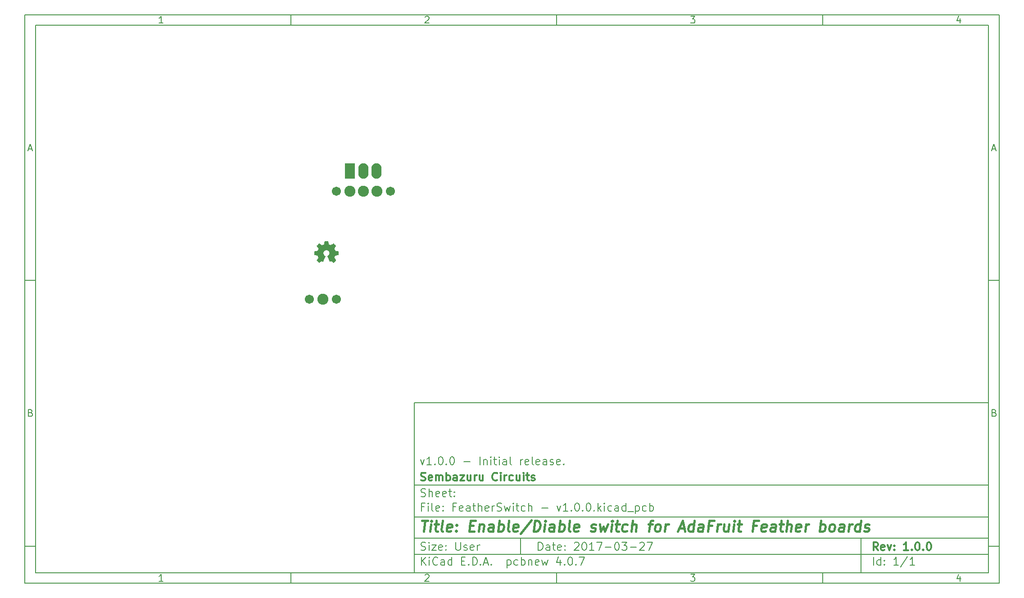
<source format=gbr>
G04 #@! TF.FileFunction,Soldermask,Bot*
%FSLAX46Y46*%
G04 Gerber Fmt 4.6, Leading zero omitted, Abs format (unit mm)*
G04 Created by KiCad (PCBNEW 4.0.7) date 11/03/17 12:30:38*
%MOMM*%
%LPD*%
G01*
G04 APERTURE LIST*
%ADD10C,0.100000*%
%ADD11C,0.150000*%
%ADD12C,0.300000*%
%ADD13C,0.400000*%
%ADD14C,0.002540*%
%ADD15C,2.076400*%
%ADD16R,1.900000X2.900000*%
%ADD17O,1.900000X2.900000*%
%ADD18C,1.702000*%
G04 APERTURE END LIST*
D10*
D11*
X83200000Y-83000000D02*
X83200000Y-115000000D01*
X191200000Y-115000000D01*
X191200000Y-83000000D01*
X83200000Y-83000000D01*
D10*
D11*
X10000000Y-10000000D02*
X10000000Y-117000000D01*
X193200000Y-117000000D01*
X193200000Y-10000000D01*
X10000000Y-10000000D01*
D10*
D11*
X12000000Y-12000000D02*
X12000000Y-115000000D01*
X191200000Y-115000000D01*
X191200000Y-12000000D01*
X12000000Y-12000000D01*
D10*
D11*
X60000000Y-12000000D02*
X60000000Y-10000000D01*
D10*
D11*
X110000000Y-12000000D02*
X110000000Y-10000000D01*
D10*
D11*
X160000000Y-12000000D02*
X160000000Y-10000000D01*
D10*
D11*
X35990476Y-11588095D02*
X35247619Y-11588095D01*
X35619048Y-11588095D02*
X35619048Y-10288095D01*
X35495238Y-10473810D01*
X35371429Y-10597619D01*
X35247619Y-10659524D01*
D10*
D11*
X85247619Y-10411905D02*
X85309524Y-10350000D01*
X85433333Y-10288095D01*
X85742857Y-10288095D01*
X85866667Y-10350000D01*
X85928571Y-10411905D01*
X85990476Y-10535714D01*
X85990476Y-10659524D01*
X85928571Y-10845238D01*
X85185714Y-11588095D01*
X85990476Y-11588095D01*
D10*
D11*
X135185714Y-10288095D02*
X135990476Y-10288095D01*
X135557143Y-10783333D01*
X135742857Y-10783333D01*
X135866667Y-10845238D01*
X135928571Y-10907143D01*
X135990476Y-11030952D01*
X135990476Y-11340476D01*
X135928571Y-11464286D01*
X135866667Y-11526190D01*
X135742857Y-11588095D01*
X135371429Y-11588095D01*
X135247619Y-11526190D01*
X135185714Y-11464286D01*
D10*
D11*
X185866667Y-10721429D02*
X185866667Y-11588095D01*
X185557143Y-10226190D02*
X185247619Y-11154762D01*
X186052381Y-11154762D01*
D10*
D11*
X60000000Y-115000000D02*
X60000000Y-117000000D01*
D10*
D11*
X110000000Y-115000000D02*
X110000000Y-117000000D01*
D10*
D11*
X160000000Y-115000000D02*
X160000000Y-117000000D01*
D10*
D11*
X35990476Y-116588095D02*
X35247619Y-116588095D01*
X35619048Y-116588095D02*
X35619048Y-115288095D01*
X35495238Y-115473810D01*
X35371429Y-115597619D01*
X35247619Y-115659524D01*
D10*
D11*
X85247619Y-115411905D02*
X85309524Y-115350000D01*
X85433333Y-115288095D01*
X85742857Y-115288095D01*
X85866667Y-115350000D01*
X85928571Y-115411905D01*
X85990476Y-115535714D01*
X85990476Y-115659524D01*
X85928571Y-115845238D01*
X85185714Y-116588095D01*
X85990476Y-116588095D01*
D10*
D11*
X135185714Y-115288095D02*
X135990476Y-115288095D01*
X135557143Y-115783333D01*
X135742857Y-115783333D01*
X135866667Y-115845238D01*
X135928571Y-115907143D01*
X135990476Y-116030952D01*
X135990476Y-116340476D01*
X135928571Y-116464286D01*
X135866667Y-116526190D01*
X135742857Y-116588095D01*
X135371429Y-116588095D01*
X135247619Y-116526190D01*
X135185714Y-116464286D01*
D10*
D11*
X185866667Y-115721429D02*
X185866667Y-116588095D01*
X185557143Y-115226190D02*
X185247619Y-116154762D01*
X186052381Y-116154762D01*
D10*
D11*
X10000000Y-60000000D02*
X12000000Y-60000000D01*
D10*
D11*
X10000000Y-110000000D02*
X12000000Y-110000000D01*
D10*
D11*
X10690476Y-35216667D02*
X11309524Y-35216667D01*
X10566667Y-35588095D02*
X11000000Y-34288095D01*
X11433333Y-35588095D01*
D10*
D11*
X11092857Y-84907143D02*
X11278571Y-84969048D01*
X11340476Y-85030952D01*
X11402381Y-85154762D01*
X11402381Y-85340476D01*
X11340476Y-85464286D01*
X11278571Y-85526190D01*
X11154762Y-85588095D01*
X10659524Y-85588095D01*
X10659524Y-84288095D01*
X11092857Y-84288095D01*
X11216667Y-84350000D01*
X11278571Y-84411905D01*
X11340476Y-84535714D01*
X11340476Y-84659524D01*
X11278571Y-84783333D01*
X11216667Y-84845238D01*
X11092857Y-84907143D01*
X10659524Y-84907143D01*
D10*
D11*
X193200000Y-60000000D02*
X191200000Y-60000000D01*
D10*
D11*
X193200000Y-110000000D02*
X191200000Y-110000000D01*
D10*
D11*
X191890476Y-35216667D02*
X192509524Y-35216667D01*
X191766667Y-35588095D02*
X192200000Y-34288095D01*
X192633333Y-35588095D01*
D10*
D11*
X192292857Y-84907143D02*
X192478571Y-84969048D01*
X192540476Y-85030952D01*
X192602381Y-85154762D01*
X192602381Y-85340476D01*
X192540476Y-85464286D01*
X192478571Y-85526190D01*
X192354762Y-85588095D01*
X191859524Y-85588095D01*
X191859524Y-84288095D01*
X192292857Y-84288095D01*
X192416667Y-84350000D01*
X192478571Y-84411905D01*
X192540476Y-84535714D01*
X192540476Y-84659524D01*
X192478571Y-84783333D01*
X192416667Y-84845238D01*
X192292857Y-84907143D01*
X191859524Y-84907143D01*
D10*
D11*
X106557143Y-110778571D02*
X106557143Y-109278571D01*
X106914286Y-109278571D01*
X107128571Y-109350000D01*
X107271429Y-109492857D01*
X107342857Y-109635714D01*
X107414286Y-109921429D01*
X107414286Y-110135714D01*
X107342857Y-110421429D01*
X107271429Y-110564286D01*
X107128571Y-110707143D01*
X106914286Y-110778571D01*
X106557143Y-110778571D01*
X108700000Y-110778571D02*
X108700000Y-109992857D01*
X108628571Y-109850000D01*
X108485714Y-109778571D01*
X108200000Y-109778571D01*
X108057143Y-109850000D01*
X108700000Y-110707143D02*
X108557143Y-110778571D01*
X108200000Y-110778571D01*
X108057143Y-110707143D01*
X107985714Y-110564286D01*
X107985714Y-110421429D01*
X108057143Y-110278571D01*
X108200000Y-110207143D01*
X108557143Y-110207143D01*
X108700000Y-110135714D01*
X109200000Y-109778571D02*
X109771429Y-109778571D01*
X109414286Y-109278571D02*
X109414286Y-110564286D01*
X109485714Y-110707143D01*
X109628572Y-110778571D01*
X109771429Y-110778571D01*
X110842857Y-110707143D02*
X110700000Y-110778571D01*
X110414286Y-110778571D01*
X110271429Y-110707143D01*
X110200000Y-110564286D01*
X110200000Y-109992857D01*
X110271429Y-109850000D01*
X110414286Y-109778571D01*
X110700000Y-109778571D01*
X110842857Y-109850000D01*
X110914286Y-109992857D01*
X110914286Y-110135714D01*
X110200000Y-110278571D01*
X111557143Y-110635714D02*
X111628571Y-110707143D01*
X111557143Y-110778571D01*
X111485714Y-110707143D01*
X111557143Y-110635714D01*
X111557143Y-110778571D01*
X111557143Y-109850000D02*
X111628571Y-109921429D01*
X111557143Y-109992857D01*
X111485714Y-109921429D01*
X111557143Y-109850000D01*
X111557143Y-109992857D01*
X113342857Y-109421429D02*
X113414286Y-109350000D01*
X113557143Y-109278571D01*
X113914286Y-109278571D01*
X114057143Y-109350000D01*
X114128572Y-109421429D01*
X114200000Y-109564286D01*
X114200000Y-109707143D01*
X114128572Y-109921429D01*
X113271429Y-110778571D01*
X114200000Y-110778571D01*
X115128571Y-109278571D02*
X115271428Y-109278571D01*
X115414285Y-109350000D01*
X115485714Y-109421429D01*
X115557143Y-109564286D01*
X115628571Y-109850000D01*
X115628571Y-110207143D01*
X115557143Y-110492857D01*
X115485714Y-110635714D01*
X115414285Y-110707143D01*
X115271428Y-110778571D01*
X115128571Y-110778571D01*
X114985714Y-110707143D01*
X114914285Y-110635714D01*
X114842857Y-110492857D01*
X114771428Y-110207143D01*
X114771428Y-109850000D01*
X114842857Y-109564286D01*
X114914285Y-109421429D01*
X114985714Y-109350000D01*
X115128571Y-109278571D01*
X117057142Y-110778571D02*
X116199999Y-110778571D01*
X116628571Y-110778571D02*
X116628571Y-109278571D01*
X116485714Y-109492857D01*
X116342856Y-109635714D01*
X116199999Y-109707143D01*
X117557142Y-109278571D02*
X118557142Y-109278571D01*
X117914285Y-110778571D01*
X119128570Y-110207143D02*
X120271427Y-110207143D01*
X121271427Y-109278571D02*
X121414284Y-109278571D01*
X121557141Y-109350000D01*
X121628570Y-109421429D01*
X121699999Y-109564286D01*
X121771427Y-109850000D01*
X121771427Y-110207143D01*
X121699999Y-110492857D01*
X121628570Y-110635714D01*
X121557141Y-110707143D01*
X121414284Y-110778571D01*
X121271427Y-110778571D01*
X121128570Y-110707143D01*
X121057141Y-110635714D01*
X120985713Y-110492857D01*
X120914284Y-110207143D01*
X120914284Y-109850000D01*
X120985713Y-109564286D01*
X121057141Y-109421429D01*
X121128570Y-109350000D01*
X121271427Y-109278571D01*
X122271427Y-109278571D02*
X123199998Y-109278571D01*
X122699998Y-109850000D01*
X122914284Y-109850000D01*
X123057141Y-109921429D01*
X123128570Y-109992857D01*
X123199998Y-110135714D01*
X123199998Y-110492857D01*
X123128570Y-110635714D01*
X123057141Y-110707143D01*
X122914284Y-110778571D01*
X122485712Y-110778571D01*
X122342855Y-110707143D01*
X122271427Y-110635714D01*
X123842855Y-110207143D02*
X124985712Y-110207143D01*
X125628569Y-109421429D02*
X125699998Y-109350000D01*
X125842855Y-109278571D01*
X126199998Y-109278571D01*
X126342855Y-109350000D01*
X126414284Y-109421429D01*
X126485712Y-109564286D01*
X126485712Y-109707143D01*
X126414284Y-109921429D01*
X125557141Y-110778571D01*
X126485712Y-110778571D01*
X126985712Y-109278571D02*
X127985712Y-109278571D01*
X127342855Y-110778571D01*
D10*
D11*
X83200000Y-111500000D02*
X191200000Y-111500000D01*
D10*
D11*
X84557143Y-113578571D02*
X84557143Y-112078571D01*
X85414286Y-113578571D02*
X84771429Y-112721429D01*
X85414286Y-112078571D02*
X84557143Y-112935714D01*
X86057143Y-113578571D02*
X86057143Y-112578571D01*
X86057143Y-112078571D02*
X85985714Y-112150000D01*
X86057143Y-112221429D01*
X86128571Y-112150000D01*
X86057143Y-112078571D01*
X86057143Y-112221429D01*
X87628572Y-113435714D02*
X87557143Y-113507143D01*
X87342857Y-113578571D01*
X87200000Y-113578571D01*
X86985715Y-113507143D01*
X86842857Y-113364286D01*
X86771429Y-113221429D01*
X86700000Y-112935714D01*
X86700000Y-112721429D01*
X86771429Y-112435714D01*
X86842857Y-112292857D01*
X86985715Y-112150000D01*
X87200000Y-112078571D01*
X87342857Y-112078571D01*
X87557143Y-112150000D01*
X87628572Y-112221429D01*
X88914286Y-113578571D02*
X88914286Y-112792857D01*
X88842857Y-112650000D01*
X88700000Y-112578571D01*
X88414286Y-112578571D01*
X88271429Y-112650000D01*
X88914286Y-113507143D02*
X88771429Y-113578571D01*
X88414286Y-113578571D01*
X88271429Y-113507143D01*
X88200000Y-113364286D01*
X88200000Y-113221429D01*
X88271429Y-113078571D01*
X88414286Y-113007143D01*
X88771429Y-113007143D01*
X88914286Y-112935714D01*
X90271429Y-113578571D02*
X90271429Y-112078571D01*
X90271429Y-113507143D02*
X90128572Y-113578571D01*
X89842858Y-113578571D01*
X89700000Y-113507143D01*
X89628572Y-113435714D01*
X89557143Y-113292857D01*
X89557143Y-112864286D01*
X89628572Y-112721429D01*
X89700000Y-112650000D01*
X89842858Y-112578571D01*
X90128572Y-112578571D01*
X90271429Y-112650000D01*
X92128572Y-112792857D02*
X92628572Y-112792857D01*
X92842858Y-113578571D02*
X92128572Y-113578571D01*
X92128572Y-112078571D01*
X92842858Y-112078571D01*
X93485715Y-113435714D02*
X93557143Y-113507143D01*
X93485715Y-113578571D01*
X93414286Y-113507143D01*
X93485715Y-113435714D01*
X93485715Y-113578571D01*
X94200001Y-113578571D02*
X94200001Y-112078571D01*
X94557144Y-112078571D01*
X94771429Y-112150000D01*
X94914287Y-112292857D01*
X94985715Y-112435714D01*
X95057144Y-112721429D01*
X95057144Y-112935714D01*
X94985715Y-113221429D01*
X94914287Y-113364286D01*
X94771429Y-113507143D01*
X94557144Y-113578571D01*
X94200001Y-113578571D01*
X95700001Y-113435714D02*
X95771429Y-113507143D01*
X95700001Y-113578571D01*
X95628572Y-113507143D01*
X95700001Y-113435714D01*
X95700001Y-113578571D01*
X96342858Y-113150000D02*
X97057144Y-113150000D01*
X96200001Y-113578571D02*
X96700001Y-112078571D01*
X97200001Y-113578571D01*
X97700001Y-113435714D02*
X97771429Y-113507143D01*
X97700001Y-113578571D01*
X97628572Y-113507143D01*
X97700001Y-113435714D01*
X97700001Y-113578571D01*
X100700001Y-112578571D02*
X100700001Y-114078571D01*
X100700001Y-112650000D02*
X100842858Y-112578571D01*
X101128572Y-112578571D01*
X101271429Y-112650000D01*
X101342858Y-112721429D01*
X101414287Y-112864286D01*
X101414287Y-113292857D01*
X101342858Y-113435714D01*
X101271429Y-113507143D01*
X101128572Y-113578571D01*
X100842858Y-113578571D01*
X100700001Y-113507143D01*
X102700001Y-113507143D02*
X102557144Y-113578571D01*
X102271430Y-113578571D01*
X102128572Y-113507143D01*
X102057144Y-113435714D01*
X101985715Y-113292857D01*
X101985715Y-112864286D01*
X102057144Y-112721429D01*
X102128572Y-112650000D01*
X102271430Y-112578571D01*
X102557144Y-112578571D01*
X102700001Y-112650000D01*
X103342858Y-113578571D02*
X103342858Y-112078571D01*
X103342858Y-112650000D02*
X103485715Y-112578571D01*
X103771429Y-112578571D01*
X103914286Y-112650000D01*
X103985715Y-112721429D01*
X104057144Y-112864286D01*
X104057144Y-113292857D01*
X103985715Y-113435714D01*
X103914286Y-113507143D01*
X103771429Y-113578571D01*
X103485715Y-113578571D01*
X103342858Y-113507143D01*
X104700001Y-112578571D02*
X104700001Y-113578571D01*
X104700001Y-112721429D02*
X104771429Y-112650000D01*
X104914287Y-112578571D01*
X105128572Y-112578571D01*
X105271429Y-112650000D01*
X105342858Y-112792857D01*
X105342858Y-113578571D01*
X106628572Y-113507143D02*
X106485715Y-113578571D01*
X106200001Y-113578571D01*
X106057144Y-113507143D01*
X105985715Y-113364286D01*
X105985715Y-112792857D01*
X106057144Y-112650000D01*
X106200001Y-112578571D01*
X106485715Y-112578571D01*
X106628572Y-112650000D01*
X106700001Y-112792857D01*
X106700001Y-112935714D01*
X105985715Y-113078571D01*
X107200001Y-112578571D02*
X107485715Y-113578571D01*
X107771429Y-112864286D01*
X108057144Y-113578571D01*
X108342858Y-112578571D01*
X110700001Y-112578571D02*
X110700001Y-113578571D01*
X110342858Y-112007143D02*
X109985715Y-113078571D01*
X110914287Y-113078571D01*
X111485715Y-113435714D02*
X111557143Y-113507143D01*
X111485715Y-113578571D01*
X111414286Y-113507143D01*
X111485715Y-113435714D01*
X111485715Y-113578571D01*
X112485715Y-112078571D02*
X112628572Y-112078571D01*
X112771429Y-112150000D01*
X112842858Y-112221429D01*
X112914287Y-112364286D01*
X112985715Y-112650000D01*
X112985715Y-113007143D01*
X112914287Y-113292857D01*
X112842858Y-113435714D01*
X112771429Y-113507143D01*
X112628572Y-113578571D01*
X112485715Y-113578571D01*
X112342858Y-113507143D01*
X112271429Y-113435714D01*
X112200001Y-113292857D01*
X112128572Y-113007143D01*
X112128572Y-112650000D01*
X112200001Y-112364286D01*
X112271429Y-112221429D01*
X112342858Y-112150000D01*
X112485715Y-112078571D01*
X113628572Y-113435714D02*
X113700000Y-113507143D01*
X113628572Y-113578571D01*
X113557143Y-113507143D01*
X113628572Y-113435714D01*
X113628572Y-113578571D01*
X114200001Y-112078571D02*
X115200001Y-112078571D01*
X114557144Y-113578571D01*
D10*
D11*
X83200000Y-108500000D02*
X191200000Y-108500000D01*
D10*
D12*
X170414286Y-110778571D02*
X169914286Y-110064286D01*
X169557143Y-110778571D02*
X169557143Y-109278571D01*
X170128571Y-109278571D01*
X170271429Y-109350000D01*
X170342857Y-109421429D01*
X170414286Y-109564286D01*
X170414286Y-109778571D01*
X170342857Y-109921429D01*
X170271429Y-109992857D01*
X170128571Y-110064286D01*
X169557143Y-110064286D01*
X171628571Y-110707143D02*
X171485714Y-110778571D01*
X171200000Y-110778571D01*
X171057143Y-110707143D01*
X170985714Y-110564286D01*
X170985714Y-109992857D01*
X171057143Y-109850000D01*
X171200000Y-109778571D01*
X171485714Y-109778571D01*
X171628571Y-109850000D01*
X171700000Y-109992857D01*
X171700000Y-110135714D01*
X170985714Y-110278571D01*
X172200000Y-109778571D02*
X172557143Y-110778571D01*
X172914285Y-109778571D01*
X173485714Y-110635714D02*
X173557142Y-110707143D01*
X173485714Y-110778571D01*
X173414285Y-110707143D01*
X173485714Y-110635714D01*
X173485714Y-110778571D01*
X173485714Y-109850000D02*
X173557142Y-109921429D01*
X173485714Y-109992857D01*
X173414285Y-109921429D01*
X173485714Y-109850000D01*
X173485714Y-109992857D01*
X176128571Y-110778571D02*
X175271428Y-110778571D01*
X175700000Y-110778571D02*
X175700000Y-109278571D01*
X175557143Y-109492857D01*
X175414285Y-109635714D01*
X175271428Y-109707143D01*
X176771428Y-110635714D02*
X176842856Y-110707143D01*
X176771428Y-110778571D01*
X176699999Y-110707143D01*
X176771428Y-110635714D01*
X176771428Y-110778571D01*
X177771428Y-109278571D02*
X177914285Y-109278571D01*
X178057142Y-109350000D01*
X178128571Y-109421429D01*
X178200000Y-109564286D01*
X178271428Y-109850000D01*
X178271428Y-110207143D01*
X178200000Y-110492857D01*
X178128571Y-110635714D01*
X178057142Y-110707143D01*
X177914285Y-110778571D01*
X177771428Y-110778571D01*
X177628571Y-110707143D01*
X177557142Y-110635714D01*
X177485714Y-110492857D01*
X177414285Y-110207143D01*
X177414285Y-109850000D01*
X177485714Y-109564286D01*
X177557142Y-109421429D01*
X177628571Y-109350000D01*
X177771428Y-109278571D01*
X178914285Y-110635714D02*
X178985713Y-110707143D01*
X178914285Y-110778571D01*
X178842856Y-110707143D01*
X178914285Y-110635714D01*
X178914285Y-110778571D01*
X179914285Y-109278571D02*
X180057142Y-109278571D01*
X180199999Y-109350000D01*
X180271428Y-109421429D01*
X180342857Y-109564286D01*
X180414285Y-109850000D01*
X180414285Y-110207143D01*
X180342857Y-110492857D01*
X180271428Y-110635714D01*
X180199999Y-110707143D01*
X180057142Y-110778571D01*
X179914285Y-110778571D01*
X179771428Y-110707143D01*
X179699999Y-110635714D01*
X179628571Y-110492857D01*
X179557142Y-110207143D01*
X179557142Y-109850000D01*
X179628571Y-109564286D01*
X179699999Y-109421429D01*
X179771428Y-109350000D01*
X179914285Y-109278571D01*
D10*
D11*
X84485714Y-110707143D02*
X84700000Y-110778571D01*
X85057143Y-110778571D01*
X85200000Y-110707143D01*
X85271429Y-110635714D01*
X85342857Y-110492857D01*
X85342857Y-110350000D01*
X85271429Y-110207143D01*
X85200000Y-110135714D01*
X85057143Y-110064286D01*
X84771429Y-109992857D01*
X84628571Y-109921429D01*
X84557143Y-109850000D01*
X84485714Y-109707143D01*
X84485714Y-109564286D01*
X84557143Y-109421429D01*
X84628571Y-109350000D01*
X84771429Y-109278571D01*
X85128571Y-109278571D01*
X85342857Y-109350000D01*
X85985714Y-110778571D02*
X85985714Y-109778571D01*
X85985714Y-109278571D02*
X85914285Y-109350000D01*
X85985714Y-109421429D01*
X86057142Y-109350000D01*
X85985714Y-109278571D01*
X85985714Y-109421429D01*
X86557143Y-109778571D02*
X87342857Y-109778571D01*
X86557143Y-110778571D01*
X87342857Y-110778571D01*
X88485714Y-110707143D02*
X88342857Y-110778571D01*
X88057143Y-110778571D01*
X87914286Y-110707143D01*
X87842857Y-110564286D01*
X87842857Y-109992857D01*
X87914286Y-109850000D01*
X88057143Y-109778571D01*
X88342857Y-109778571D01*
X88485714Y-109850000D01*
X88557143Y-109992857D01*
X88557143Y-110135714D01*
X87842857Y-110278571D01*
X89200000Y-110635714D02*
X89271428Y-110707143D01*
X89200000Y-110778571D01*
X89128571Y-110707143D01*
X89200000Y-110635714D01*
X89200000Y-110778571D01*
X89200000Y-109850000D02*
X89271428Y-109921429D01*
X89200000Y-109992857D01*
X89128571Y-109921429D01*
X89200000Y-109850000D01*
X89200000Y-109992857D01*
X91057143Y-109278571D02*
X91057143Y-110492857D01*
X91128571Y-110635714D01*
X91200000Y-110707143D01*
X91342857Y-110778571D01*
X91628571Y-110778571D01*
X91771429Y-110707143D01*
X91842857Y-110635714D01*
X91914286Y-110492857D01*
X91914286Y-109278571D01*
X92557143Y-110707143D02*
X92700000Y-110778571D01*
X92985715Y-110778571D01*
X93128572Y-110707143D01*
X93200000Y-110564286D01*
X93200000Y-110492857D01*
X93128572Y-110350000D01*
X92985715Y-110278571D01*
X92771429Y-110278571D01*
X92628572Y-110207143D01*
X92557143Y-110064286D01*
X92557143Y-109992857D01*
X92628572Y-109850000D01*
X92771429Y-109778571D01*
X92985715Y-109778571D01*
X93128572Y-109850000D01*
X94414286Y-110707143D02*
X94271429Y-110778571D01*
X93985715Y-110778571D01*
X93842858Y-110707143D01*
X93771429Y-110564286D01*
X93771429Y-109992857D01*
X93842858Y-109850000D01*
X93985715Y-109778571D01*
X94271429Y-109778571D01*
X94414286Y-109850000D01*
X94485715Y-109992857D01*
X94485715Y-110135714D01*
X93771429Y-110278571D01*
X95128572Y-110778571D02*
X95128572Y-109778571D01*
X95128572Y-110064286D02*
X95200000Y-109921429D01*
X95271429Y-109850000D01*
X95414286Y-109778571D01*
X95557143Y-109778571D01*
D10*
D11*
X169557143Y-113578571D02*
X169557143Y-112078571D01*
X170914286Y-113578571D02*
X170914286Y-112078571D01*
X170914286Y-113507143D02*
X170771429Y-113578571D01*
X170485715Y-113578571D01*
X170342857Y-113507143D01*
X170271429Y-113435714D01*
X170200000Y-113292857D01*
X170200000Y-112864286D01*
X170271429Y-112721429D01*
X170342857Y-112650000D01*
X170485715Y-112578571D01*
X170771429Y-112578571D01*
X170914286Y-112650000D01*
X171628572Y-113435714D02*
X171700000Y-113507143D01*
X171628572Y-113578571D01*
X171557143Y-113507143D01*
X171628572Y-113435714D01*
X171628572Y-113578571D01*
X171628572Y-112650000D02*
X171700000Y-112721429D01*
X171628572Y-112792857D01*
X171557143Y-112721429D01*
X171628572Y-112650000D01*
X171628572Y-112792857D01*
X174271429Y-113578571D02*
X173414286Y-113578571D01*
X173842858Y-113578571D02*
X173842858Y-112078571D01*
X173700001Y-112292857D01*
X173557143Y-112435714D01*
X173414286Y-112507143D01*
X175985714Y-112007143D02*
X174700000Y-113935714D01*
X177271429Y-113578571D02*
X176414286Y-113578571D01*
X176842858Y-113578571D02*
X176842858Y-112078571D01*
X176700001Y-112292857D01*
X176557143Y-112435714D01*
X176414286Y-112507143D01*
D10*
D11*
X83200000Y-104500000D02*
X191200000Y-104500000D01*
D10*
D13*
X84652381Y-105204762D02*
X85795238Y-105204762D01*
X84973810Y-107204762D02*
X85223810Y-105204762D01*
X86211905Y-107204762D02*
X86378571Y-105871429D01*
X86461905Y-105204762D02*
X86354762Y-105300000D01*
X86438095Y-105395238D01*
X86545239Y-105300000D01*
X86461905Y-105204762D01*
X86438095Y-105395238D01*
X87045238Y-105871429D02*
X87807143Y-105871429D01*
X87414286Y-105204762D02*
X87200000Y-106919048D01*
X87271430Y-107109524D01*
X87450001Y-107204762D01*
X87640477Y-107204762D01*
X88592858Y-107204762D02*
X88414287Y-107109524D01*
X88342857Y-106919048D01*
X88557143Y-105204762D01*
X90128572Y-107109524D02*
X89926191Y-107204762D01*
X89545239Y-107204762D01*
X89366667Y-107109524D01*
X89295238Y-106919048D01*
X89390476Y-106157143D01*
X89509524Y-105966667D01*
X89711905Y-105871429D01*
X90092857Y-105871429D01*
X90271429Y-105966667D01*
X90342857Y-106157143D01*
X90319048Y-106347619D01*
X89342857Y-106538095D01*
X91092857Y-107014286D02*
X91176192Y-107109524D01*
X91069048Y-107204762D01*
X90985715Y-107109524D01*
X91092857Y-107014286D01*
X91069048Y-107204762D01*
X91223810Y-105966667D02*
X91307144Y-106061905D01*
X91200000Y-106157143D01*
X91116667Y-106061905D01*
X91223810Y-105966667D01*
X91200000Y-106157143D01*
X93676191Y-106157143D02*
X94342858Y-106157143D01*
X94497620Y-107204762D02*
X93545239Y-107204762D01*
X93795239Y-105204762D01*
X94747620Y-105204762D01*
X95521429Y-105871429D02*
X95354763Y-107204762D01*
X95497620Y-106061905D02*
X95604764Y-105966667D01*
X95807144Y-105871429D01*
X96092858Y-105871429D01*
X96271430Y-105966667D01*
X96342858Y-106157143D01*
X96211906Y-107204762D01*
X98021430Y-107204762D02*
X98152382Y-106157143D01*
X98080954Y-105966667D01*
X97902382Y-105871429D01*
X97521430Y-105871429D01*
X97319049Y-105966667D01*
X98033335Y-107109524D02*
X97830954Y-107204762D01*
X97354764Y-107204762D01*
X97176192Y-107109524D01*
X97104763Y-106919048D01*
X97128573Y-106728571D01*
X97247620Y-106538095D01*
X97450002Y-106442857D01*
X97926192Y-106442857D01*
X98128573Y-106347619D01*
X98973811Y-107204762D02*
X99223811Y-105204762D01*
X99128573Y-105966667D02*
X99330954Y-105871429D01*
X99711906Y-105871429D01*
X99890478Y-105966667D01*
X99973811Y-106061905D01*
X100045239Y-106252381D01*
X99973811Y-106823810D01*
X99854763Y-107014286D01*
X99747621Y-107109524D01*
X99545240Y-107204762D01*
X99164288Y-107204762D01*
X98985716Y-107109524D01*
X101069050Y-107204762D02*
X100890479Y-107109524D01*
X100819049Y-106919048D01*
X101033335Y-105204762D01*
X102604764Y-107109524D02*
X102402383Y-107204762D01*
X102021431Y-107204762D01*
X101842859Y-107109524D01*
X101771430Y-106919048D01*
X101866668Y-106157143D01*
X101985716Y-105966667D01*
X102188097Y-105871429D01*
X102569049Y-105871429D01*
X102747621Y-105966667D01*
X102819049Y-106157143D01*
X102795240Y-106347619D01*
X101819049Y-106538095D01*
X105235717Y-105109524D02*
X103200002Y-107680952D01*
X105640478Y-107204762D02*
X105890478Y-105204762D01*
X106366669Y-105204762D01*
X106640478Y-105300000D01*
X106807145Y-105490476D01*
X106878574Y-105680952D01*
X106926193Y-106061905D01*
X106890479Y-106347619D01*
X106747622Y-106728571D01*
X106628573Y-106919048D01*
X106414288Y-107109524D01*
X106116669Y-107204762D01*
X105640478Y-107204762D01*
X107640478Y-107204762D02*
X107807144Y-105871429D01*
X107890478Y-105204762D02*
X107783335Y-105300000D01*
X107866668Y-105395238D01*
X107973812Y-105300000D01*
X107890478Y-105204762D01*
X107866668Y-105395238D01*
X109450002Y-107204762D02*
X109580954Y-106157143D01*
X109509526Y-105966667D01*
X109330954Y-105871429D01*
X108950002Y-105871429D01*
X108747621Y-105966667D01*
X109461907Y-107109524D02*
X109259526Y-107204762D01*
X108783336Y-107204762D01*
X108604764Y-107109524D01*
X108533335Y-106919048D01*
X108557145Y-106728571D01*
X108676192Y-106538095D01*
X108878574Y-106442857D01*
X109354764Y-106442857D01*
X109557145Y-106347619D01*
X110402383Y-107204762D02*
X110652383Y-105204762D01*
X110557145Y-105966667D02*
X110759526Y-105871429D01*
X111140478Y-105871429D01*
X111319050Y-105966667D01*
X111402383Y-106061905D01*
X111473811Y-106252381D01*
X111402383Y-106823810D01*
X111283335Y-107014286D01*
X111176193Y-107109524D01*
X110973812Y-107204762D01*
X110592860Y-107204762D01*
X110414288Y-107109524D01*
X112497622Y-107204762D02*
X112319051Y-107109524D01*
X112247621Y-106919048D01*
X112461907Y-105204762D01*
X114033336Y-107109524D02*
X113830955Y-107204762D01*
X113450003Y-107204762D01*
X113271431Y-107109524D01*
X113200002Y-106919048D01*
X113295240Y-106157143D01*
X113414288Y-105966667D01*
X113616669Y-105871429D01*
X113997621Y-105871429D01*
X114176193Y-105966667D01*
X114247621Y-106157143D01*
X114223812Y-106347619D01*
X113247621Y-106538095D01*
X116414289Y-107109524D02*
X116592861Y-107204762D01*
X116973813Y-107204762D01*
X117176194Y-107109524D01*
X117295241Y-106919048D01*
X117307146Y-106823810D01*
X117235717Y-106633333D01*
X117057146Y-106538095D01*
X116771432Y-106538095D01*
X116592860Y-106442857D01*
X116521431Y-106252381D01*
X116533336Y-106157143D01*
X116652384Y-105966667D01*
X116854765Y-105871429D01*
X117140479Y-105871429D01*
X117319051Y-105966667D01*
X118092860Y-105871429D02*
X118307147Y-107204762D01*
X118807146Y-106252381D01*
X119069051Y-107204762D01*
X119616670Y-105871429D01*
X120211908Y-107204762D02*
X120378574Y-105871429D01*
X120461908Y-105204762D02*
X120354765Y-105300000D01*
X120438098Y-105395238D01*
X120545242Y-105300000D01*
X120461908Y-105204762D01*
X120438098Y-105395238D01*
X121045241Y-105871429D02*
X121807146Y-105871429D01*
X121414289Y-105204762D02*
X121200003Y-106919048D01*
X121271433Y-107109524D01*
X121450004Y-107204762D01*
X121640480Y-107204762D01*
X123176194Y-107109524D02*
X122973813Y-107204762D01*
X122592861Y-107204762D01*
X122414290Y-107109524D01*
X122330955Y-107014286D01*
X122259527Y-106823810D01*
X122330955Y-106252381D01*
X122450003Y-106061905D01*
X122557147Y-105966667D01*
X122759527Y-105871429D01*
X123140479Y-105871429D01*
X123319051Y-105966667D01*
X124021432Y-107204762D02*
X124271432Y-105204762D01*
X124878575Y-107204762D02*
X125009527Y-106157143D01*
X124938099Y-105966667D01*
X124759527Y-105871429D01*
X124473813Y-105871429D01*
X124271433Y-105966667D01*
X124164289Y-106061905D01*
X127235718Y-105871429D02*
X127997623Y-105871429D01*
X127354766Y-107204762D02*
X127569052Y-105490476D01*
X127688100Y-105300000D01*
X127890481Y-105204762D01*
X128080957Y-105204762D01*
X128783338Y-107204762D02*
X128604767Y-107109524D01*
X128521432Y-107014286D01*
X128450004Y-106823810D01*
X128521432Y-106252381D01*
X128640480Y-106061905D01*
X128747624Y-105966667D01*
X128950004Y-105871429D01*
X129235718Y-105871429D01*
X129414290Y-105966667D01*
X129497623Y-106061905D01*
X129569051Y-106252381D01*
X129497623Y-106823810D01*
X129378575Y-107014286D01*
X129271433Y-107109524D01*
X129069052Y-107204762D01*
X128783338Y-107204762D01*
X130307147Y-107204762D02*
X130473813Y-105871429D01*
X130426194Y-106252381D02*
X130545243Y-106061905D01*
X130652386Y-105966667D01*
X130854766Y-105871429D01*
X131045242Y-105871429D01*
X133045242Y-106633333D02*
X133997623Y-106633333D01*
X132783338Y-107204762D02*
X133700005Y-105204762D01*
X134116672Y-107204762D01*
X135640481Y-107204762D02*
X135890481Y-105204762D01*
X135652386Y-107109524D02*
X135450005Y-107204762D01*
X135069053Y-107204762D01*
X134890482Y-107109524D01*
X134807147Y-107014286D01*
X134735719Y-106823810D01*
X134807147Y-106252381D01*
X134926195Y-106061905D01*
X135033339Y-105966667D01*
X135235719Y-105871429D01*
X135616671Y-105871429D01*
X135795243Y-105966667D01*
X137450005Y-107204762D02*
X137580957Y-106157143D01*
X137509529Y-105966667D01*
X137330957Y-105871429D01*
X136950005Y-105871429D01*
X136747624Y-105966667D01*
X137461910Y-107109524D02*
X137259529Y-107204762D01*
X136783339Y-107204762D01*
X136604767Y-107109524D01*
X136533338Y-106919048D01*
X136557148Y-106728571D01*
X136676195Y-106538095D01*
X136878577Y-106442857D01*
X137354767Y-106442857D01*
X137557148Y-106347619D01*
X139200005Y-106157143D02*
X138533338Y-106157143D01*
X138402386Y-107204762D02*
X138652386Y-105204762D01*
X139604767Y-105204762D01*
X140116672Y-107204762D02*
X140283338Y-105871429D01*
X140235719Y-106252381D02*
X140354768Y-106061905D01*
X140461911Y-105966667D01*
X140664291Y-105871429D01*
X140854767Y-105871429D01*
X142378576Y-105871429D02*
X142211910Y-107204762D01*
X141521433Y-105871429D02*
X141390481Y-106919048D01*
X141461911Y-107109524D01*
X141640482Y-107204762D01*
X141926196Y-107204762D01*
X142128577Y-107109524D01*
X142235719Y-107014286D01*
X143164291Y-107204762D02*
X143330957Y-105871429D01*
X143414291Y-105204762D02*
X143307148Y-105300000D01*
X143390481Y-105395238D01*
X143497625Y-105300000D01*
X143414291Y-105204762D01*
X143390481Y-105395238D01*
X143997624Y-105871429D02*
X144759529Y-105871429D01*
X144366672Y-105204762D02*
X144152386Y-106919048D01*
X144223816Y-107109524D01*
X144402387Y-107204762D01*
X144592863Y-107204762D01*
X147580958Y-106157143D02*
X146914291Y-106157143D01*
X146783339Y-107204762D02*
X147033339Y-105204762D01*
X147985720Y-105204762D01*
X149271435Y-107109524D02*
X149069054Y-107204762D01*
X148688102Y-107204762D01*
X148509530Y-107109524D01*
X148438101Y-106919048D01*
X148533339Y-106157143D01*
X148652387Y-105966667D01*
X148854768Y-105871429D01*
X149235720Y-105871429D01*
X149414292Y-105966667D01*
X149485720Y-106157143D01*
X149461911Y-106347619D01*
X148485720Y-106538095D01*
X151069054Y-107204762D02*
X151200006Y-106157143D01*
X151128578Y-105966667D01*
X150950006Y-105871429D01*
X150569054Y-105871429D01*
X150366673Y-105966667D01*
X151080959Y-107109524D02*
X150878578Y-107204762D01*
X150402388Y-107204762D01*
X150223816Y-107109524D01*
X150152387Y-106919048D01*
X150176197Y-106728571D01*
X150295244Y-106538095D01*
X150497626Y-106442857D01*
X150973816Y-106442857D01*
X151176197Y-106347619D01*
X151902387Y-105871429D02*
X152664292Y-105871429D01*
X152271435Y-105204762D02*
X152057149Y-106919048D01*
X152128579Y-107109524D01*
X152307150Y-107204762D01*
X152497626Y-107204762D01*
X153164292Y-107204762D02*
X153414292Y-105204762D01*
X154021435Y-107204762D02*
X154152387Y-106157143D01*
X154080959Y-105966667D01*
X153902387Y-105871429D01*
X153616673Y-105871429D01*
X153414293Y-105966667D01*
X153307149Y-106061905D01*
X155747626Y-107109524D02*
X155545245Y-107204762D01*
X155164293Y-107204762D01*
X154985721Y-107109524D01*
X154914292Y-106919048D01*
X155009530Y-106157143D01*
X155128578Y-105966667D01*
X155330959Y-105871429D01*
X155711911Y-105871429D01*
X155890483Y-105966667D01*
X155961911Y-106157143D01*
X155938102Y-106347619D01*
X154961911Y-106538095D01*
X156688102Y-107204762D02*
X156854768Y-105871429D01*
X156807149Y-106252381D02*
X156926198Y-106061905D01*
X157033341Y-105966667D01*
X157235721Y-105871429D01*
X157426197Y-105871429D01*
X159450007Y-107204762D02*
X159700007Y-105204762D01*
X159604769Y-105966667D02*
X159807150Y-105871429D01*
X160188102Y-105871429D01*
X160366674Y-105966667D01*
X160450007Y-106061905D01*
X160521435Y-106252381D01*
X160450007Y-106823810D01*
X160330959Y-107014286D01*
X160223817Y-107109524D01*
X160021436Y-107204762D01*
X159640484Y-107204762D01*
X159461912Y-107109524D01*
X161545246Y-107204762D02*
X161366675Y-107109524D01*
X161283340Y-107014286D01*
X161211912Y-106823810D01*
X161283340Y-106252381D01*
X161402388Y-106061905D01*
X161509532Y-105966667D01*
X161711912Y-105871429D01*
X161997626Y-105871429D01*
X162176198Y-105966667D01*
X162259531Y-106061905D01*
X162330959Y-106252381D01*
X162259531Y-106823810D01*
X162140483Y-107014286D01*
X162033341Y-107109524D01*
X161830960Y-107204762D01*
X161545246Y-107204762D01*
X163926198Y-107204762D02*
X164057150Y-106157143D01*
X163985722Y-105966667D01*
X163807150Y-105871429D01*
X163426198Y-105871429D01*
X163223817Y-105966667D01*
X163938103Y-107109524D02*
X163735722Y-107204762D01*
X163259532Y-107204762D01*
X163080960Y-107109524D01*
X163009531Y-106919048D01*
X163033341Y-106728571D01*
X163152388Y-106538095D01*
X163354770Y-106442857D01*
X163830960Y-106442857D01*
X164033341Y-106347619D01*
X164878579Y-107204762D02*
X165045245Y-105871429D01*
X164997626Y-106252381D02*
X165116675Y-106061905D01*
X165223818Y-105966667D01*
X165426198Y-105871429D01*
X165616674Y-105871429D01*
X166973817Y-107204762D02*
X167223817Y-105204762D01*
X166985722Y-107109524D02*
X166783341Y-107204762D01*
X166402389Y-107204762D01*
X166223818Y-107109524D01*
X166140483Y-107014286D01*
X166069055Y-106823810D01*
X166140483Y-106252381D01*
X166259531Y-106061905D01*
X166366675Y-105966667D01*
X166569055Y-105871429D01*
X166950007Y-105871429D01*
X167128579Y-105966667D01*
X167842865Y-107109524D02*
X168021437Y-107204762D01*
X168402389Y-107204762D01*
X168604770Y-107109524D01*
X168723817Y-106919048D01*
X168735722Y-106823810D01*
X168664293Y-106633333D01*
X168485722Y-106538095D01*
X168200008Y-106538095D01*
X168021436Y-106442857D01*
X167950007Y-106252381D01*
X167961912Y-106157143D01*
X168080960Y-105966667D01*
X168283341Y-105871429D01*
X168569055Y-105871429D01*
X168747627Y-105966667D01*
D10*
D11*
X85057143Y-102592857D02*
X84557143Y-102592857D01*
X84557143Y-103378571D02*
X84557143Y-101878571D01*
X85271429Y-101878571D01*
X85842857Y-103378571D02*
X85842857Y-102378571D01*
X85842857Y-101878571D02*
X85771428Y-101950000D01*
X85842857Y-102021429D01*
X85914285Y-101950000D01*
X85842857Y-101878571D01*
X85842857Y-102021429D01*
X86771429Y-103378571D02*
X86628571Y-103307143D01*
X86557143Y-103164286D01*
X86557143Y-101878571D01*
X87914285Y-103307143D02*
X87771428Y-103378571D01*
X87485714Y-103378571D01*
X87342857Y-103307143D01*
X87271428Y-103164286D01*
X87271428Y-102592857D01*
X87342857Y-102450000D01*
X87485714Y-102378571D01*
X87771428Y-102378571D01*
X87914285Y-102450000D01*
X87985714Y-102592857D01*
X87985714Y-102735714D01*
X87271428Y-102878571D01*
X88628571Y-103235714D02*
X88699999Y-103307143D01*
X88628571Y-103378571D01*
X88557142Y-103307143D01*
X88628571Y-103235714D01*
X88628571Y-103378571D01*
X88628571Y-102450000D02*
X88699999Y-102521429D01*
X88628571Y-102592857D01*
X88557142Y-102521429D01*
X88628571Y-102450000D01*
X88628571Y-102592857D01*
X90985714Y-102592857D02*
X90485714Y-102592857D01*
X90485714Y-103378571D02*
X90485714Y-101878571D01*
X91200000Y-101878571D01*
X92342856Y-103307143D02*
X92199999Y-103378571D01*
X91914285Y-103378571D01*
X91771428Y-103307143D01*
X91699999Y-103164286D01*
X91699999Y-102592857D01*
X91771428Y-102450000D01*
X91914285Y-102378571D01*
X92199999Y-102378571D01*
X92342856Y-102450000D01*
X92414285Y-102592857D01*
X92414285Y-102735714D01*
X91699999Y-102878571D01*
X93699999Y-103378571D02*
X93699999Y-102592857D01*
X93628570Y-102450000D01*
X93485713Y-102378571D01*
X93199999Y-102378571D01*
X93057142Y-102450000D01*
X93699999Y-103307143D02*
X93557142Y-103378571D01*
X93199999Y-103378571D01*
X93057142Y-103307143D01*
X92985713Y-103164286D01*
X92985713Y-103021429D01*
X93057142Y-102878571D01*
X93199999Y-102807143D01*
X93557142Y-102807143D01*
X93699999Y-102735714D01*
X94199999Y-102378571D02*
X94771428Y-102378571D01*
X94414285Y-101878571D02*
X94414285Y-103164286D01*
X94485713Y-103307143D01*
X94628571Y-103378571D01*
X94771428Y-103378571D01*
X95271428Y-103378571D02*
X95271428Y-101878571D01*
X95914285Y-103378571D02*
X95914285Y-102592857D01*
X95842856Y-102450000D01*
X95699999Y-102378571D01*
X95485714Y-102378571D01*
X95342856Y-102450000D01*
X95271428Y-102521429D01*
X97199999Y-103307143D02*
X97057142Y-103378571D01*
X96771428Y-103378571D01*
X96628571Y-103307143D01*
X96557142Y-103164286D01*
X96557142Y-102592857D01*
X96628571Y-102450000D01*
X96771428Y-102378571D01*
X97057142Y-102378571D01*
X97199999Y-102450000D01*
X97271428Y-102592857D01*
X97271428Y-102735714D01*
X96557142Y-102878571D01*
X97914285Y-103378571D02*
X97914285Y-102378571D01*
X97914285Y-102664286D02*
X97985713Y-102521429D01*
X98057142Y-102450000D01*
X98199999Y-102378571D01*
X98342856Y-102378571D01*
X98771427Y-103307143D02*
X98985713Y-103378571D01*
X99342856Y-103378571D01*
X99485713Y-103307143D01*
X99557142Y-103235714D01*
X99628570Y-103092857D01*
X99628570Y-102950000D01*
X99557142Y-102807143D01*
X99485713Y-102735714D01*
X99342856Y-102664286D01*
X99057142Y-102592857D01*
X98914284Y-102521429D01*
X98842856Y-102450000D01*
X98771427Y-102307143D01*
X98771427Y-102164286D01*
X98842856Y-102021429D01*
X98914284Y-101950000D01*
X99057142Y-101878571D01*
X99414284Y-101878571D01*
X99628570Y-101950000D01*
X100128570Y-102378571D02*
X100414284Y-103378571D01*
X100699998Y-102664286D01*
X100985713Y-103378571D01*
X101271427Y-102378571D01*
X101842856Y-103378571D02*
X101842856Y-102378571D01*
X101842856Y-101878571D02*
X101771427Y-101950000D01*
X101842856Y-102021429D01*
X101914284Y-101950000D01*
X101842856Y-101878571D01*
X101842856Y-102021429D01*
X102342856Y-102378571D02*
X102914285Y-102378571D01*
X102557142Y-101878571D02*
X102557142Y-103164286D01*
X102628570Y-103307143D01*
X102771428Y-103378571D01*
X102914285Y-103378571D01*
X104057142Y-103307143D02*
X103914285Y-103378571D01*
X103628571Y-103378571D01*
X103485713Y-103307143D01*
X103414285Y-103235714D01*
X103342856Y-103092857D01*
X103342856Y-102664286D01*
X103414285Y-102521429D01*
X103485713Y-102450000D01*
X103628571Y-102378571D01*
X103914285Y-102378571D01*
X104057142Y-102450000D01*
X104699999Y-103378571D02*
X104699999Y-101878571D01*
X105342856Y-103378571D02*
X105342856Y-102592857D01*
X105271427Y-102450000D01*
X105128570Y-102378571D01*
X104914285Y-102378571D01*
X104771427Y-102450000D01*
X104699999Y-102521429D01*
X107199999Y-102807143D02*
X108342856Y-102807143D01*
X110057142Y-102378571D02*
X110414285Y-103378571D01*
X110771427Y-102378571D01*
X112128570Y-103378571D02*
X111271427Y-103378571D01*
X111699999Y-103378571D02*
X111699999Y-101878571D01*
X111557142Y-102092857D01*
X111414284Y-102235714D01*
X111271427Y-102307143D01*
X112771427Y-103235714D02*
X112842855Y-103307143D01*
X112771427Y-103378571D01*
X112699998Y-103307143D01*
X112771427Y-103235714D01*
X112771427Y-103378571D01*
X113771427Y-101878571D02*
X113914284Y-101878571D01*
X114057141Y-101950000D01*
X114128570Y-102021429D01*
X114199999Y-102164286D01*
X114271427Y-102450000D01*
X114271427Y-102807143D01*
X114199999Y-103092857D01*
X114128570Y-103235714D01*
X114057141Y-103307143D01*
X113914284Y-103378571D01*
X113771427Y-103378571D01*
X113628570Y-103307143D01*
X113557141Y-103235714D01*
X113485713Y-103092857D01*
X113414284Y-102807143D01*
X113414284Y-102450000D01*
X113485713Y-102164286D01*
X113557141Y-102021429D01*
X113628570Y-101950000D01*
X113771427Y-101878571D01*
X114914284Y-103235714D02*
X114985712Y-103307143D01*
X114914284Y-103378571D01*
X114842855Y-103307143D01*
X114914284Y-103235714D01*
X114914284Y-103378571D01*
X115914284Y-101878571D02*
X116057141Y-101878571D01*
X116199998Y-101950000D01*
X116271427Y-102021429D01*
X116342856Y-102164286D01*
X116414284Y-102450000D01*
X116414284Y-102807143D01*
X116342856Y-103092857D01*
X116271427Y-103235714D01*
X116199998Y-103307143D01*
X116057141Y-103378571D01*
X115914284Y-103378571D01*
X115771427Y-103307143D01*
X115699998Y-103235714D01*
X115628570Y-103092857D01*
X115557141Y-102807143D01*
X115557141Y-102450000D01*
X115628570Y-102164286D01*
X115699998Y-102021429D01*
X115771427Y-101950000D01*
X115914284Y-101878571D01*
X117057141Y-103235714D02*
X117128569Y-103307143D01*
X117057141Y-103378571D01*
X116985712Y-103307143D01*
X117057141Y-103235714D01*
X117057141Y-103378571D01*
X117771427Y-103378571D02*
X117771427Y-101878571D01*
X117914284Y-102807143D02*
X118342855Y-103378571D01*
X118342855Y-102378571D02*
X117771427Y-102950000D01*
X118985713Y-103378571D02*
X118985713Y-102378571D01*
X118985713Y-101878571D02*
X118914284Y-101950000D01*
X118985713Y-102021429D01*
X119057141Y-101950000D01*
X118985713Y-101878571D01*
X118985713Y-102021429D01*
X120342856Y-103307143D02*
X120199999Y-103378571D01*
X119914285Y-103378571D01*
X119771427Y-103307143D01*
X119699999Y-103235714D01*
X119628570Y-103092857D01*
X119628570Y-102664286D01*
X119699999Y-102521429D01*
X119771427Y-102450000D01*
X119914285Y-102378571D01*
X120199999Y-102378571D01*
X120342856Y-102450000D01*
X121628570Y-103378571D02*
X121628570Y-102592857D01*
X121557141Y-102450000D01*
X121414284Y-102378571D01*
X121128570Y-102378571D01*
X120985713Y-102450000D01*
X121628570Y-103307143D02*
X121485713Y-103378571D01*
X121128570Y-103378571D01*
X120985713Y-103307143D01*
X120914284Y-103164286D01*
X120914284Y-103021429D01*
X120985713Y-102878571D01*
X121128570Y-102807143D01*
X121485713Y-102807143D01*
X121628570Y-102735714D01*
X122985713Y-103378571D02*
X122985713Y-101878571D01*
X122985713Y-103307143D02*
X122842856Y-103378571D01*
X122557142Y-103378571D01*
X122414284Y-103307143D01*
X122342856Y-103235714D01*
X122271427Y-103092857D01*
X122271427Y-102664286D01*
X122342856Y-102521429D01*
X122414284Y-102450000D01*
X122557142Y-102378571D01*
X122842856Y-102378571D01*
X122985713Y-102450000D01*
X123342856Y-103521429D02*
X124485713Y-103521429D01*
X124842856Y-102378571D02*
X124842856Y-103878571D01*
X124842856Y-102450000D02*
X124985713Y-102378571D01*
X125271427Y-102378571D01*
X125414284Y-102450000D01*
X125485713Y-102521429D01*
X125557142Y-102664286D01*
X125557142Y-103092857D01*
X125485713Y-103235714D01*
X125414284Y-103307143D01*
X125271427Y-103378571D01*
X124985713Y-103378571D01*
X124842856Y-103307143D01*
X126842856Y-103307143D02*
X126699999Y-103378571D01*
X126414285Y-103378571D01*
X126271427Y-103307143D01*
X126199999Y-103235714D01*
X126128570Y-103092857D01*
X126128570Y-102664286D01*
X126199999Y-102521429D01*
X126271427Y-102450000D01*
X126414285Y-102378571D01*
X126699999Y-102378571D01*
X126842856Y-102450000D01*
X127485713Y-103378571D02*
X127485713Y-101878571D01*
X127485713Y-102450000D02*
X127628570Y-102378571D01*
X127914284Y-102378571D01*
X128057141Y-102450000D01*
X128128570Y-102521429D01*
X128199999Y-102664286D01*
X128199999Y-103092857D01*
X128128570Y-103235714D01*
X128057141Y-103307143D01*
X127914284Y-103378571D01*
X127628570Y-103378571D01*
X127485713Y-103307143D01*
D10*
D11*
X83200000Y-98500000D02*
X191200000Y-98500000D01*
D10*
D11*
X84485714Y-100607143D02*
X84700000Y-100678571D01*
X85057143Y-100678571D01*
X85200000Y-100607143D01*
X85271429Y-100535714D01*
X85342857Y-100392857D01*
X85342857Y-100250000D01*
X85271429Y-100107143D01*
X85200000Y-100035714D01*
X85057143Y-99964286D01*
X84771429Y-99892857D01*
X84628571Y-99821429D01*
X84557143Y-99750000D01*
X84485714Y-99607143D01*
X84485714Y-99464286D01*
X84557143Y-99321429D01*
X84628571Y-99250000D01*
X84771429Y-99178571D01*
X85128571Y-99178571D01*
X85342857Y-99250000D01*
X85985714Y-100678571D02*
X85985714Y-99178571D01*
X86628571Y-100678571D02*
X86628571Y-99892857D01*
X86557142Y-99750000D01*
X86414285Y-99678571D01*
X86200000Y-99678571D01*
X86057142Y-99750000D01*
X85985714Y-99821429D01*
X87914285Y-100607143D02*
X87771428Y-100678571D01*
X87485714Y-100678571D01*
X87342857Y-100607143D01*
X87271428Y-100464286D01*
X87271428Y-99892857D01*
X87342857Y-99750000D01*
X87485714Y-99678571D01*
X87771428Y-99678571D01*
X87914285Y-99750000D01*
X87985714Y-99892857D01*
X87985714Y-100035714D01*
X87271428Y-100178571D01*
X89199999Y-100607143D02*
X89057142Y-100678571D01*
X88771428Y-100678571D01*
X88628571Y-100607143D01*
X88557142Y-100464286D01*
X88557142Y-99892857D01*
X88628571Y-99750000D01*
X88771428Y-99678571D01*
X89057142Y-99678571D01*
X89199999Y-99750000D01*
X89271428Y-99892857D01*
X89271428Y-100035714D01*
X88557142Y-100178571D01*
X89699999Y-99678571D02*
X90271428Y-99678571D01*
X89914285Y-99178571D02*
X89914285Y-100464286D01*
X89985713Y-100607143D01*
X90128571Y-100678571D01*
X90271428Y-100678571D01*
X90771428Y-100535714D02*
X90842856Y-100607143D01*
X90771428Y-100678571D01*
X90699999Y-100607143D01*
X90771428Y-100535714D01*
X90771428Y-100678571D01*
X90771428Y-99750000D02*
X90842856Y-99821429D01*
X90771428Y-99892857D01*
X90699999Y-99821429D01*
X90771428Y-99750000D01*
X90771428Y-99892857D01*
D10*
D12*
X84485714Y-97607143D02*
X84700000Y-97678571D01*
X85057143Y-97678571D01*
X85200000Y-97607143D01*
X85271429Y-97535714D01*
X85342857Y-97392857D01*
X85342857Y-97250000D01*
X85271429Y-97107143D01*
X85200000Y-97035714D01*
X85057143Y-96964286D01*
X84771429Y-96892857D01*
X84628571Y-96821429D01*
X84557143Y-96750000D01*
X84485714Y-96607143D01*
X84485714Y-96464286D01*
X84557143Y-96321429D01*
X84628571Y-96250000D01*
X84771429Y-96178571D01*
X85128571Y-96178571D01*
X85342857Y-96250000D01*
X86557142Y-97607143D02*
X86414285Y-97678571D01*
X86128571Y-97678571D01*
X85985714Y-97607143D01*
X85914285Y-97464286D01*
X85914285Y-96892857D01*
X85985714Y-96750000D01*
X86128571Y-96678571D01*
X86414285Y-96678571D01*
X86557142Y-96750000D01*
X86628571Y-96892857D01*
X86628571Y-97035714D01*
X85914285Y-97178571D01*
X87271428Y-97678571D02*
X87271428Y-96678571D01*
X87271428Y-96821429D02*
X87342856Y-96750000D01*
X87485714Y-96678571D01*
X87699999Y-96678571D01*
X87842856Y-96750000D01*
X87914285Y-96892857D01*
X87914285Y-97678571D01*
X87914285Y-96892857D02*
X87985714Y-96750000D01*
X88128571Y-96678571D01*
X88342856Y-96678571D01*
X88485714Y-96750000D01*
X88557142Y-96892857D01*
X88557142Y-97678571D01*
X89271428Y-97678571D02*
X89271428Y-96178571D01*
X89271428Y-96750000D02*
X89414285Y-96678571D01*
X89699999Y-96678571D01*
X89842856Y-96750000D01*
X89914285Y-96821429D01*
X89985714Y-96964286D01*
X89985714Y-97392857D01*
X89914285Y-97535714D01*
X89842856Y-97607143D01*
X89699999Y-97678571D01*
X89414285Y-97678571D01*
X89271428Y-97607143D01*
X91271428Y-97678571D02*
X91271428Y-96892857D01*
X91199999Y-96750000D01*
X91057142Y-96678571D01*
X90771428Y-96678571D01*
X90628571Y-96750000D01*
X91271428Y-97607143D02*
X91128571Y-97678571D01*
X90771428Y-97678571D01*
X90628571Y-97607143D01*
X90557142Y-97464286D01*
X90557142Y-97321429D01*
X90628571Y-97178571D01*
X90771428Y-97107143D01*
X91128571Y-97107143D01*
X91271428Y-97035714D01*
X91842857Y-96678571D02*
X92628571Y-96678571D01*
X91842857Y-97678571D01*
X92628571Y-97678571D01*
X93842857Y-96678571D02*
X93842857Y-97678571D01*
X93200000Y-96678571D02*
X93200000Y-97464286D01*
X93271428Y-97607143D01*
X93414286Y-97678571D01*
X93628571Y-97678571D01*
X93771428Y-97607143D01*
X93842857Y-97535714D01*
X94557143Y-97678571D02*
X94557143Y-96678571D01*
X94557143Y-96964286D02*
X94628571Y-96821429D01*
X94700000Y-96750000D01*
X94842857Y-96678571D01*
X94985714Y-96678571D01*
X96128571Y-96678571D02*
X96128571Y-97678571D01*
X95485714Y-96678571D02*
X95485714Y-97464286D01*
X95557142Y-97607143D01*
X95700000Y-97678571D01*
X95914285Y-97678571D01*
X96057142Y-97607143D01*
X96128571Y-97535714D01*
X98842857Y-97535714D02*
X98771428Y-97607143D01*
X98557142Y-97678571D01*
X98414285Y-97678571D01*
X98200000Y-97607143D01*
X98057142Y-97464286D01*
X97985714Y-97321429D01*
X97914285Y-97035714D01*
X97914285Y-96821429D01*
X97985714Y-96535714D01*
X98057142Y-96392857D01*
X98200000Y-96250000D01*
X98414285Y-96178571D01*
X98557142Y-96178571D01*
X98771428Y-96250000D01*
X98842857Y-96321429D01*
X99485714Y-97678571D02*
X99485714Y-96678571D01*
X99485714Y-96178571D02*
X99414285Y-96250000D01*
X99485714Y-96321429D01*
X99557142Y-96250000D01*
X99485714Y-96178571D01*
X99485714Y-96321429D01*
X100200000Y-97678571D02*
X100200000Y-96678571D01*
X100200000Y-96964286D02*
X100271428Y-96821429D01*
X100342857Y-96750000D01*
X100485714Y-96678571D01*
X100628571Y-96678571D01*
X101771428Y-97607143D02*
X101628571Y-97678571D01*
X101342857Y-97678571D01*
X101199999Y-97607143D01*
X101128571Y-97535714D01*
X101057142Y-97392857D01*
X101057142Y-96964286D01*
X101128571Y-96821429D01*
X101199999Y-96750000D01*
X101342857Y-96678571D01*
X101628571Y-96678571D01*
X101771428Y-96750000D01*
X103057142Y-96678571D02*
X103057142Y-97678571D01*
X102414285Y-96678571D02*
X102414285Y-97464286D01*
X102485713Y-97607143D01*
X102628571Y-97678571D01*
X102842856Y-97678571D01*
X102985713Y-97607143D01*
X103057142Y-97535714D01*
X103771428Y-97678571D02*
X103771428Y-96678571D01*
X103771428Y-96178571D02*
X103699999Y-96250000D01*
X103771428Y-96321429D01*
X103842856Y-96250000D01*
X103771428Y-96178571D01*
X103771428Y-96321429D01*
X104271428Y-96678571D02*
X104842857Y-96678571D01*
X104485714Y-96178571D02*
X104485714Y-97464286D01*
X104557142Y-97607143D01*
X104700000Y-97678571D01*
X104842857Y-97678571D01*
X105271428Y-97607143D02*
X105414285Y-97678571D01*
X105700000Y-97678571D01*
X105842857Y-97607143D01*
X105914285Y-97464286D01*
X105914285Y-97392857D01*
X105842857Y-97250000D01*
X105700000Y-97178571D01*
X105485714Y-97178571D01*
X105342857Y-97107143D01*
X105271428Y-96964286D01*
X105271428Y-96892857D01*
X105342857Y-96750000D01*
X105485714Y-96678571D01*
X105700000Y-96678571D01*
X105842857Y-96750000D01*
D10*
D11*
X84414286Y-93678571D02*
X84771429Y-94678571D01*
X85128571Y-93678571D01*
X86485714Y-94678571D02*
X85628571Y-94678571D01*
X86057143Y-94678571D02*
X86057143Y-93178571D01*
X85914286Y-93392857D01*
X85771428Y-93535714D01*
X85628571Y-93607143D01*
X87128571Y-94535714D02*
X87199999Y-94607143D01*
X87128571Y-94678571D01*
X87057142Y-94607143D01*
X87128571Y-94535714D01*
X87128571Y-94678571D01*
X88128571Y-93178571D02*
X88271428Y-93178571D01*
X88414285Y-93250000D01*
X88485714Y-93321429D01*
X88557143Y-93464286D01*
X88628571Y-93750000D01*
X88628571Y-94107143D01*
X88557143Y-94392857D01*
X88485714Y-94535714D01*
X88414285Y-94607143D01*
X88271428Y-94678571D01*
X88128571Y-94678571D01*
X87985714Y-94607143D01*
X87914285Y-94535714D01*
X87842857Y-94392857D01*
X87771428Y-94107143D01*
X87771428Y-93750000D01*
X87842857Y-93464286D01*
X87914285Y-93321429D01*
X87985714Y-93250000D01*
X88128571Y-93178571D01*
X89271428Y-94535714D02*
X89342856Y-94607143D01*
X89271428Y-94678571D01*
X89199999Y-94607143D01*
X89271428Y-94535714D01*
X89271428Y-94678571D01*
X90271428Y-93178571D02*
X90414285Y-93178571D01*
X90557142Y-93250000D01*
X90628571Y-93321429D01*
X90700000Y-93464286D01*
X90771428Y-93750000D01*
X90771428Y-94107143D01*
X90700000Y-94392857D01*
X90628571Y-94535714D01*
X90557142Y-94607143D01*
X90414285Y-94678571D01*
X90271428Y-94678571D01*
X90128571Y-94607143D01*
X90057142Y-94535714D01*
X89985714Y-94392857D01*
X89914285Y-94107143D01*
X89914285Y-93750000D01*
X89985714Y-93464286D01*
X90057142Y-93321429D01*
X90128571Y-93250000D01*
X90271428Y-93178571D01*
X92557142Y-94107143D02*
X93699999Y-94107143D01*
X95557142Y-94678571D02*
X95557142Y-93178571D01*
X96271428Y-93678571D02*
X96271428Y-94678571D01*
X96271428Y-93821429D02*
X96342856Y-93750000D01*
X96485714Y-93678571D01*
X96699999Y-93678571D01*
X96842856Y-93750000D01*
X96914285Y-93892857D01*
X96914285Y-94678571D01*
X97628571Y-94678571D02*
X97628571Y-93678571D01*
X97628571Y-93178571D02*
X97557142Y-93250000D01*
X97628571Y-93321429D01*
X97699999Y-93250000D01*
X97628571Y-93178571D01*
X97628571Y-93321429D01*
X98128571Y-93678571D02*
X98700000Y-93678571D01*
X98342857Y-93178571D02*
X98342857Y-94464286D01*
X98414285Y-94607143D01*
X98557143Y-94678571D01*
X98700000Y-94678571D01*
X99200000Y-94678571D02*
X99200000Y-93678571D01*
X99200000Y-93178571D02*
X99128571Y-93250000D01*
X99200000Y-93321429D01*
X99271428Y-93250000D01*
X99200000Y-93178571D01*
X99200000Y-93321429D01*
X100557143Y-94678571D02*
X100557143Y-93892857D01*
X100485714Y-93750000D01*
X100342857Y-93678571D01*
X100057143Y-93678571D01*
X99914286Y-93750000D01*
X100557143Y-94607143D02*
X100414286Y-94678571D01*
X100057143Y-94678571D01*
X99914286Y-94607143D01*
X99842857Y-94464286D01*
X99842857Y-94321429D01*
X99914286Y-94178571D01*
X100057143Y-94107143D01*
X100414286Y-94107143D01*
X100557143Y-94035714D01*
X101485715Y-94678571D02*
X101342857Y-94607143D01*
X101271429Y-94464286D01*
X101271429Y-93178571D01*
X103200000Y-94678571D02*
X103200000Y-93678571D01*
X103200000Y-93964286D02*
X103271428Y-93821429D01*
X103342857Y-93750000D01*
X103485714Y-93678571D01*
X103628571Y-93678571D01*
X104699999Y-94607143D02*
X104557142Y-94678571D01*
X104271428Y-94678571D01*
X104128571Y-94607143D01*
X104057142Y-94464286D01*
X104057142Y-93892857D01*
X104128571Y-93750000D01*
X104271428Y-93678571D01*
X104557142Y-93678571D01*
X104699999Y-93750000D01*
X104771428Y-93892857D01*
X104771428Y-94035714D01*
X104057142Y-94178571D01*
X105628571Y-94678571D02*
X105485713Y-94607143D01*
X105414285Y-94464286D01*
X105414285Y-93178571D01*
X106771427Y-94607143D02*
X106628570Y-94678571D01*
X106342856Y-94678571D01*
X106199999Y-94607143D01*
X106128570Y-94464286D01*
X106128570Y-93892857D01*
X106199999Y-93750000D01*
X106342856Y-93678571D01*
X106628570Y-93678571D01*
X106771427Y-93750000D01*
X106842856Y-93892857D01*
X106842856Y-94035714D01*
X106128570Y-94178571D01*
X108128570Y-94678571D02*
X108128570Y-93892857D01*
X108057141Y-93750000D01*
X107914284Y-93678571D01*
X107628570Y-93678571D01*
X107485713Y-93750000D01*
X108128570Y-94607143D02*
X107985713Y-94678571D01*
X107628570Y-94678571D01*
X107485713Y-94607143D01*
X107414284Y-94464286D01*
X107414284Y-94321429D01*
X107485713Y-94178571D01*
X107628570Y-94107143D01*
X107985713Y-94107143D01*
X108128570Y-94035714D01*
X108771427Y-94607143D02*
X108914284Y-94678571D01*
X109199999Y-94678571D01*
X109342856Y-94607143D01*
X109414284Y-94464286D01*
X109414284Y-94392857D01*
X109342856Y-94250000D01*
X109199999Y-94178571D01*
X108985713Y-94178571D01*
X108842856Y-94107143D01*
X108771427Y-93964286D01*
X108771427Y-93892857D01*
X108842856Y-93750000D01*
X108985713Y-93678571D01*
X109199999Y-93678571D01*
X109342856Y-93750000D01*
X110628570Y-94607143D02*
X110485713Y-94678571D01*
X110199999Y-94678571D01*
X110057142Y-94607143D01*
X109985713Y-94464286D01*
X109985713Y-93892857D01*
X110057142Y-93750000D01*
X110199999Y-93678571D01*
X110485713Y-93678571D01*
X110628570Y-93750000D01*
X110699999Y-93892857D01*
X110699999Y-94035714D01*
X109985713Y-94178571D01*
X111342856Y-94535714D02*
X111414284Y-94607143D01*
X111342856Y-94678571D01*
X111271427Y-94607143D01*
X111342856Y-94535714D01*
X111342856Y-94678571D01*
D10*
D11*
X103200000Y-108500000D02*
X103200000Y-111500000D01*
D10*
D11*
X167200000Y-108500000D02*
X167200000Y-115000000D01*
D14*
G36*
X68023740Y-56608980D02*
X68000880Y-56596280D01*
X67947540Y-56563260D01*
X67873880Y-56515000D01*
X67784980Y-56456580D01*
X67698620Y-56395620D01*
X67624960Y-56347360D01*
X67574160Y-56314340D01*
X67553840Y-56304180D01*
X67541140Y-56306720D01*
X67500500Y-56327040D01*
X67439540Y-56360060D01*
X67403980Y-56377840D01*
X67348100Y-56400700D01*
X67320160Y-56405780D01*
X67315080Y-56398160D01*
X67294760Y-56357520D01*
X67264280Y-56283860D01*
X67221100Y-56187340D01*
X67172840Y-56073040D01*
X67122040Y-55951120D01*
X67068700Y-55829200D01*
X67020440Y-55709820D01*
X66977260Y-55603140D01*
X66941700Y-55516780D01*
X66918840Y-55455820D01*
X66911220Y-55430420D01*
X66913760Y-55425340D01*
X66941700Y-55397400D01*
X66989960Y-55361840D01*
X67094100Y-55275480D01*
X67198240Y-55145940D01*
X67261740Y-54998620D01*
X67284600Y-54833520D01*
X67266820Y-54683660D01*
X67205860Y-54538880D01*
X67104260Y-54406800D01*
X66979800Y-54310280D01*
X66837560Y-54246780D01*
X66675000Y-54226460D01*
X66520060Y-54244240D01*
X66372740Y-54302660D01*
X66240660Y-54404260D01*
X66184780Y-54467760D01*
X66108580Y-54599840D01*
X66065400Y-54742080D01*
X66060320Y-54777640D01*
X66067940Y-54935120D01*
X66113660Y-55084980D01*
X66194940Y-55217060D01*
X66309240Y-55328820D01*
X66324480Y-55338980D01*
X66377820Y-55377080D01*
X66413380Y-55405020D01*
X66441320Y-55427880D01*
X66243200Y-55907940D01*
X66210180Y-55984140D01*
X66156840Y-56113680D01*
X66108580Y-56227980D01*
X66067940Y-56316880D01*
X66042540Y-56377840D01*
X66029840Y-56400700D01*
X66029840Y-56403240D01*
X66012060Y-56405780D01*
X65976500Y-56393080D01*
X65907920Y-56360060D01*
X65864740Y-56337200D01*
X65813940Y-56311800D01*
X65791080Y-56304180D01*
X65770760Y-56314340D01*
X65722500Y-56344820D01*
X65651380Y-56393080D01*
X65565020Y-56451500D01*
X65483740Y-56507380D01*
X65410080Y-56555640D01*
X65354200Y-56591200D01*
X65328800Y-56606440D01*
X65323720Y-56606440D01*
X65300860Y-56593740D01*
X65257680Y-56555640D01*
X65191640Y-56494680D01*
X65100200Y-56403240D01*
X65084960Y-56390540D01*
X65008760Y-56311800D01*
X64947800Y-56248300D01*
X64907160Y-56202580D01*
X64891920Y-56179720D01*
X64891920Y-56179720D01*
X64904620Y-56154320D01*
X64940180Y-56100980D01*
X64988440Y-56024780D01*
X65049400Y-55935880D01*
X65209420Y-55704740D01*
X65120520Y-55486300D01*
X65095120Y-55420260D01*
X65059560Y-55338980D01*
X65034160Y-55283100D01*
X65021460Y-55257700D01*
X64998600Y-55247540D01*
X64940180Y-55234840D01*
X64853820Y-55217060D01*
X64749680Y-55196740D01*
X64650620Y-55178960D01*
X64564260Y-55161180D01*
X64498220Y-55148480D01*
X64470280Y-55143400D01*
X64462660Y-55140860D01*
X64457580Y-55125620D01*
X64455040Y-55095140D01*
X64452500Y-55041800D01*
X64449960Y-54957980D01*
X64449960Y-54833520D01*
X64449960Y-54820820D01*
X64452500Y-54703980D01*
X64452500Y-54610000D01*
X64457580Y-54551580D01*
X64460120Y-54526180D01*
X64460120Y-54526180D01*
X64488060Y-54521100D01*
X64551560Y-54505860D01*
X64640460Y-54490620D01*
X64744600Y-54470300D01*
X64752220Y-54467760D01*
X64856360Y-54447440D01*
X64945260Y-54429660D01*
X65006220Y-54414420D01*
X65034160Y-54406800D01*
X65039240Y-54399180D01*
X65059560Y-54358540D01*
X65090040Y-54292500D01*
X65125600Y-54213760D01*
X65158620Y-54129940D01*
X65189100Y-54056280D01*
X65209420Y-54000400D01*
X65214500Y-53975000D01*
X65214500Y-53975000D01*
X65199260Y-53949600D01*
X65163700Y-53896260D01*
X65112900Y-53820060D01*
X65049400Y-53731160D01*
X65046860Y-53723540D01*
X64985900Y-53634640D01*
X64935100Y-53558440D01*
X64904620Y-53505100D01*
X64891920Y-53482240D01*
X64891920Y-53479700D01*
X64912240Y-53454300D01*
X64957960Y-53403500D01*
X65021460Y-53334920D01*
X65100200Y-53256180D01*
X65125600Y-53230780D01*
X65211960Y-53146960D01*
X65270380Y-53091080D01*
X65308480Y-53063140D01*
X65326260Y-53055520D01*
X65326260Y-53055520D01*
X65354200Y-53073300D01*
X65410080Y-53108860D01*
X65486280Y-53162200D01*
X65577720Y-53223160D01*
X65582800Y-53225700D01*
X65671700Y-53286660D01*
X65745360Y-53337460D01*
X65798700Y-53373020D01*
X65821560Y-53385720D01*
X65826640Y-53385720D01*
X65862200Y-53375560D01*
X65925700Y-53352700D01*
X66001900Y-53322220D01*
X66085720Y-53289200D01*
X66159380Y-53258720D01*
X66215260Y-53233320D01*
X66243200Y-53218080D01*
X66243200Y-53215540D01*
X66253360Y-53185060D01*
X66268600Y-53119020D01*
X66286380Y-53027580D01*
X66306700Y-52918360D01*
X66311780Y-52900580D01*
X66332100Y-52793900D01*
X66347340Y-52707540D01*
X66360040Y-52646580D01*
X66367660Y-52621180D01*
X66382900Y-52618640D01*
X66433700Y-52613560D01*
X66512440Y-52611020D01*
X66608960Y-52611020D01*
X66708020Y-52611020D01*
X66807080Y-52613560D01*
X66890900Y-52616100D01*
X66949320Y-52621180D01*
X66974720Y-52626260D01*
X66977260Y-52626260D01*
X66984880Y-52659280D01*
X67000120Y-52725320D01*
X67017900Y-52819300D01*
X67040760Y-52928520D01*
X67043300Y-52946300D01*
X67063620Y-53052980D01*
X67081400Y-53139340D01*
X67094100Y-53200300D01*
X67101720Y-53223160D01*
X67109340Y-53228240D01*
X67155060Y-53246020D01*
X67226180Y-53276500D01*
X67312540Y-53312060D01*
X67515740Y-53393340D01*
X67767200Y-53223160D01*
X67790060Y-53207920D01*
X67878960Y-53146960D01*
X67952620Y-53096160D01*
X68003420Y-53063140D01*
X68026280Y-53052980D01*
X68026280Y-53052980D01*
X68051680Y-53075840D01*
X68102480Y-53121560D01*
X68168520Y-53187600D01*
X68247260Y-53266340D01*
X68305680Y-53322220D01*
X68374260Y-53393340D01*
X68419980Y-53441600D01*
X68442840Y-53472080D01*
X68450460Y-53489860D01*
X68447920Y-53502560D01*
X68432680Y-53527960D01*
X68397120Y-53581300D01*
X68343780Y-53657500D01*
X68282820Y-53746400D01*
X68234560Y-53820060D01*
X68178680Y-53903880D01*
X68143120Y-53964840D01*
X68132960Y-53992780D01*
X68135500Y-54005480D01*
X68153280Y-54053740D01*
X68181220Y-54127400D01*
X68219320Y-54216300D01*
X68305680Y-54414420D01*
X68435220Y-54439820D01*
X68513960Y-54452520D01*
X68625720Y-54475380D01*
X68729860Y-54495700D01*
X68894960Y-54526180D01*
X68900040Y-55128160D01*
X68874640Y-55138320D01*
X68849240Y-55145940D01*
X68788280Y-55158640D01*
X68701920Y-55176420D01*
X68600320Y-55196740D01*
X68513960Y-55211980D01*
X68425060Y-55229760D01*
X68361560Y-55242460D01*
X68333620Y-55247540D01*
X68326000Y-55257700D01*
X68305680Y-55298340D01*
X68272660Y-55366920D01*
X68239640Y-55448200D01*
X68204080Y-55532020D01*
X68173600Y-55610760D01*
X68150740Y-55669180D01*
X68143120Y-55702200D01*
X68155820Y-55725060D01*
X68188840Y-55775860D01*
X68237100Y-55849520D01*
X68295520Y-55935880D01*
X68356480Y-56024780D01*
X68407280Y-56098440D01*
X68440300Y-56151780D01*
X68455540Y-56177180D01*
X68447920Y-56194960D01*
X68414900Y-56235600D01*
X68348860Y-56304180D01*
X68249800Y-56400700D01*
X68234560Y-56415940D01*
X68155820Y-56492140D01*
X68089780Y-56553100D01*
X68044060Y-56593740D01*
X68023740Y-56608980D01*
X68023740Y-56608980D01*
G37*
X68023740Y-56608980D02*
X68000880Y-56596280D01*
X67947540Y-56563260D01*
X67873880Y-56515000D01*
X67784980Y-56456580D01*
X67698620Y-56395620D01*
X67624960Y-56347360D01*
X67574160Y-56314340D01*
X67553840Y-56304180D01*
X67541140Y-56306720D01*
X67500500Y-56327040D01*
X67439540Y-56360060D01*
X67403980Y-56377840D01*
X67348100Y-56400700D01*
X67320160Y-56405780D01*
X67315080Y-56398160D01*
X67294760Y-56357520D01*
X67264280Y-56283860D01*
X67221100Y-56187340D01*
X67172840Y-56073040D01*
X67122040Y-55951120D01*
X67068700Y-55829200D01*
X67020440Y-55709820D01*
X66977260Y-55603140D01*
X66941700Y-55516780D01*
X66918840Y-55455820D01*
X66911220Y-55430420D01*
X66913760Y-55425340D01*
X66941700Y-55397400D01*
X66989960Y-55361840D01*
X67094100Y-55275480D01*
X67198240Y-55145940D01*
X67261740Y-54998620D01*
X67284600Y-54833520D01*
X67266820Y-54683660D01*
X67205860Y-54538880D01*
X67104260Y-54406800D01*
X66979800Y-54310280D01*
X66837560Y-54246780D01*
X66675000Y-54226460D01*
X66520060Y-54244240D01*
X66372740Y-54302660D01*
X66240660Y-54404260D01*
X66184780Y-54467760D01*
X66108580Y-54599840D01*
X66065400Y-54742080D01*
X66060320Y-54777640D01*
X66067940Y-54935120D01*
X66113660Y-55084980D01*
X66194940Y-55217060D01*
X66309240Y-55328820D01*
X66324480Y-55338980D01*
X66377820Y-55377080D01*
X66413380Y-55405020D01*
X66441320Y-55427880D01*
X66243200Y-55907940D01*
X66210180Y-55984140D01*
X66156840Y-56113680D01*
X66108580Y-56227980D01*
X66067940Y-56316880D01*
X66042540Y-56377840D01*
X66029840Y-56400700D01*
X66029840Y-56403240D01*
X66012060Y-56405780D01*
X65976500Y-56393080D01*
X65907920Y-56360060D01*
X65864740Y-56337200D01*
X65813940Y-56311800D01*
X65791080Y-56304180D01*
X65770760Y-56314340D01*
X65722500Y-56344820D01*
X65651380Y-56393080D01*
X65565020Y-56451500D01*
X65483740Y-56507380D01*
X65410080Y-56555640D01*
X65354200Y-56591200D01*
X65328800Y-56606440D01*
X65323720Y-56606440D01*
X65300860Y-56593740D01*
X65257680Y-56555640D01*
X65191640Y-56494680D01*
X65100200Y-56403240D01*
X65084960Y-56390540D01*
X65008760Y-56311800D01*
X64947800Y-56248300D01*
X64907160Y-56202580D01*
X64891920Y-56179720D01*
X64891920Y-56179720D01*
X64904620Y-56154320D01*
X64940180Y-56100980D01*
X64988440Y-56024780D01*
X65049400Y-55935880D01*
X65209420Y-55704740D01*
X65120520Y-55486300D01*
X65095120Y-55420260D01*
X65059560Y-55338980D01*
X65034160Y-55283100D01*
X65021460Y-55257700D01*
X64998600Y-55247540D01*
X64940180Y-55234840D01*
X64853820Y-55217060D01*
X64749680Y-55196740D01*
X64650620Y-55178960D01*
X64564260Y-55161180D01*
X64498220Y-55148480D01*
X64470280Y-55143400D01*
X64462660Y-55140860D01*
X64457580Y-55125620D01*
X64455040Y-55095140D01*
X64452500Y-55041800D01*
X64449960Y-54957980D01*
X64449960Y-54833520D01*
X64449960Y-54820820D01*
X64452500Y-54703980D01*
X64452500Y-54610000D01*
X64457580Y-54551580D01*
X64460120Y-54526180D01*
X64460120Y-54526180D01*
X64488060Y-54521100D01*
X64551560Y-54505860D01*
X64640460Y-54490620D01*
X64744600Y-54470300D01*
X64752220Y-54467760D01*
X64856360Y-54447440D01*
X64945260Y-54429660D01*
X65006220Y-54414420D01*
X65034160Y-54406800D01*
X65039240Y-54399180D01*
X65059560Y-54358540D01*
X65090040Y-54292500D01*
X65125600Y-54213760D01*
X65158620Y-54129940D01*
X65189100Y-54056280D01*
X65209420Y-54000400D01*
X65214500Y-53975000D01*
X65214500Y-53975000D01*
X65199260Y-53949600D01*
X65163700Y-53896260D01*
X65112900Y-53820060D01*
X65049400Y-53731160D01*
X65046860Y-53723540D01*
X64985900Y-53634640D01*
X64935100Y-53558440D01*
X64904620Y-53505100D01*
X64891920Y-53482240D01*
X64891920Y-53479700D01*
X64912240Y-53454300D01*
X64957960Y-53403500D01*
X65021460Y-53334920D01*
X65100200Y-53256180D01*
X65125600Y-53230780D01*
X65211960Y-53146960D01*
X65270380Y-53091080D01*
X65308480Y-53063140D01*
X65326260Y-53055520D01*
X65326260Y-53055520D01*
X65354200Y-53073300D01*
X65410080Y-53108860D01*
X65486280Y-53162200D01*
X65577720Y-53223160D01*
X65582800Y-53225700D01*
X65671700Y-53286660D01*
X65745360Y-53337460D01*
X65798700Y-53373020D01*
X65821560Y-53385720D01*
X65826640Y-53385720D01*
X65862200Y-53375560D01*
X65925700Y-53352700D01*
X66001900Y-53322220D01*
X66085720Y-53289200D01*
X66159380Y-53258720D01*
X66215260Y-53233320D01*
X66243200Y-53218080D01*
X66243200Y-53215540D01*
X66253360Y-53185060D01*
X66268600Y-53119020D01*
X66286380Y-53027580D01*
X66306700Y-52918360D01*
X66311780Y-52900580D01*
X66332100Y-52793900D01*
X66347340Y-52707540D01*
X66360040Y-52646580D01*
X66367660Y-52621180D01*
X66382900Y-52618640D01*
X66433700Y-52613560D01*
X66512440Y-52611020D01*
X66608960Y-52611020D01*
X66708020Y-52611020D01*
X66807080Y-52613560D01*
X66890900Y-52616100D01*
X66949320Y-52621180D01*
X66974720Y-52626260D01*
X66977260Y-52626260D01*
X66984880Y-52659280D01*
X67000120Y-52725320D01*
X67017900Y-52819300D01*
X67040760Y-52928520D01*
X67043300Y-52946300D01*
X67063620Y-53052980D01*
X67081400Y-53139340D01*
X67094100Y-53200300D01*
X67101720Y-53223160D01*
X67109340Y-53228240D01*
X67155060Y-53246020D01*
X67226180Y-53276500D01*
X67312540Y-53312060D01*
X67515740Y-53393340D01*
X67767200Y-53223160D01*
X67790060Y-53207920D01*
X67878960Y-53146960D01*
X67952620Y-53096160D01*
X68003420Y-53063140D01*
X68026280Y-53052980D01*
X68026280Y-53052980D01*
X68051680Y-53075840D01*
X68102480Y-53121560D01*
X68168520Y-53187600D01*
X68247260Y-53266340D01*
X68305680Y-53322220D01*
X68374260Y-53393340D01*
X68419980Y-53441600D01*
X68442840Y-53472080D01*
X68450460Y-53489860D01*
X68447920Y-53502560D01*
X68432680Y-53527960D01*
X68397120Y-53581300D01*
X68343780Y-53657500D01*
X68282820Y-53746400D01*
X68234560Y-53820060D01*
X68178680Y-53903880D01*
X68143120Y-53964840D01*
X68132960Y-53992780D01*
X68135500Y-54005480D01*
X68153280Y-54053740D01*
X68181220Y-54127400D01*
X68219320Y-54216300D01*
X68305680Y-54414420D01*
X68435220Y-54439820D01*
X68513960Y-54452520D01*
X68625720Y-54475380D01*
X68729860Y-54495700D01*
X68894960Y-54526180D01*
X68900040Y-55128160D01*
X68874640Y-55138320D01*
X68849240Y-55145940D01*
X68788280Y-55158640D01*
X68701920Y-55176420D01*
X68600320Y-55196740D01*
X68513960Y-55211980D01*
X68425060Y-55229760D01*
X68361560Y-55242460D01*
X68333620Y-55247540D01*
X68326000Y-55257700D01*
X68305680Y-55298340D01*
X68272660Y-55366920D01*
X68239640Y-55448200D01*
X68204080Y-55532020D01*
X68173600Y-55610760D01*
X68150740Y-55669180D01*
X68143120Y-55702200D01*
X68155820Y-55725060D01*
X68188840Y-55775860D01*
X68237100Y-55849520D01*
X68295520Y-55935880D01*
X68356480Y-56024780D01*
X68407280Y-56098440D01*
X68440300Y-56151780D01*
X68455540Y-56177180D01*
X68447920Y-56194960D01*
X68414900Y-56235600D01*
X68348860Y-56304180D01*
X68249800Y-56400700D01*
X68234560Y-56415940D01*
X68155820Y-56492140D01*
X68089780Y-56553100D01*
X68044060Y-56593740D01*
X68023740Y-56608980D01*
D15*
X71160000Y-43180000D03*
X66080000Y-63500000D03*
D16*
X71160000Y-39370000D03*
D17*
X73660000Y-39370000D03*
X76160000Y-39370000D03*
D18*
X68620000Y-63500000D03*
X63540000Y-63500000D03*
X78780000Y-43180000D03*
X68620000Y-43180000D03*
D15*
X73700000Y-43180000D03*
X76240000Y-43180000D03*
M02*

</source>
